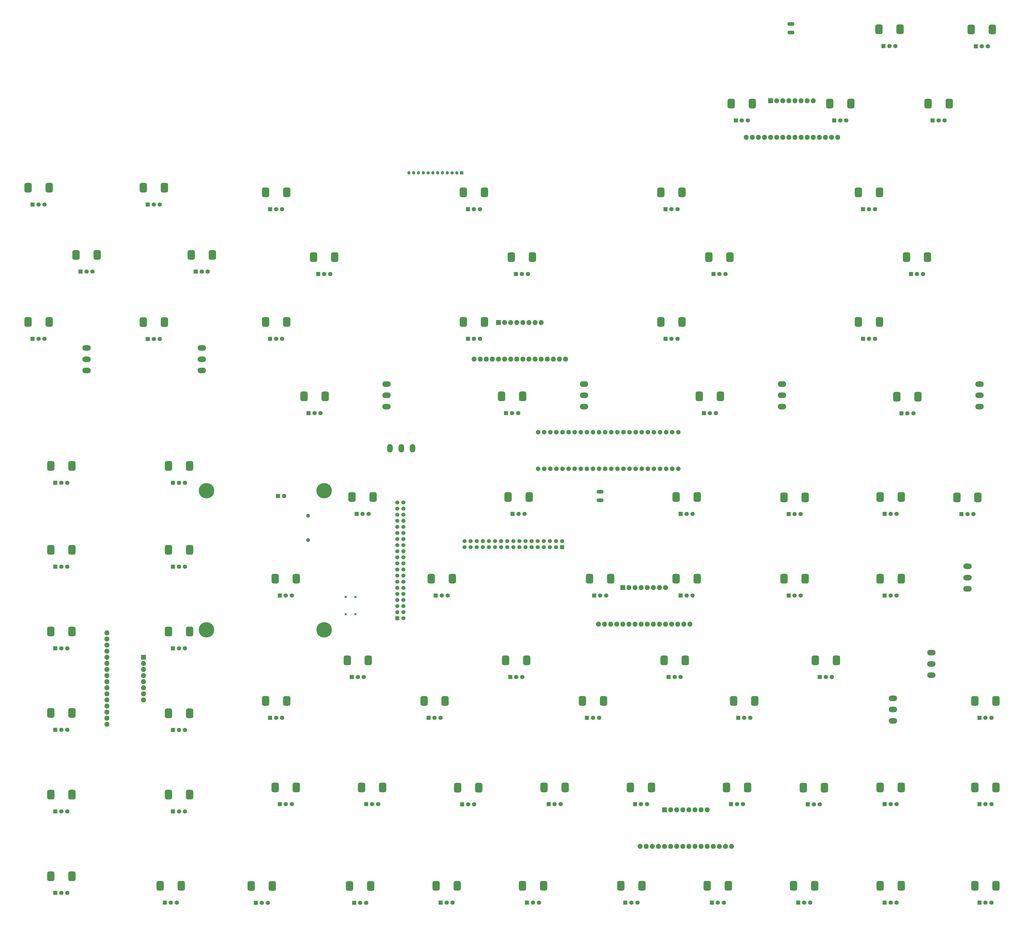
<source format=gbr>
%TF.GenerationSoftware,KiCad,Pcbnew,8.0.5*%
%TF.CreationDate,2024-10-29T20:02:02+01:00*%
%TF.ProjectId,troublemaker,74726f75-626c-4656-9d61-6b65722e6b69,rev?*%
%TF.SameCoordinates,Original*%
%TF.FileFunction,Soldermask,Bot*%
%TF.FilePolarity,Negative*%
%FSLAX46Y46*%
G04 Gerber Fmt 4.6, Leading zero omitted, Abs format (unit mm)*
G04 Created by KiCad (PCBNEW 8.0.5) date 2024-10-29 20:02:02*
%MOMM*%
%LPD*%
G01*
G04 APERTURE LIST*
G04 Aperture macros list*
%AMRoundRect*
0 Rectangle with rounded corners*
0 $1 Rounding radius*
0 $2 $3 $4 $5 $6 $7 $8 $9 X,Y pos of 4 corners*
0 Add a 4 corners polygon primitive as box body*
4,1,4,$2,$3,$4,$5,$6,$7,$8,$9,$2,$3,0*
0 Add four circle primitives for the rounded corners*
1,1,$1+$1,$2,$3*
1,1,$1+$1,$4,$5*
1,1,$1+$1,$6,$7*
1,1,$1+$1,$8,$9*
0 Add four rect primitives between the rounded corners*
20,1,$1+$1,$2,$3,$4,$5,0*
20,1,$1+$1,$4,$5,$6,$7,0*
20,1,$1+$1,$6,$7,$8,$9,0*
20,1,$1+$1,$8,$9,$2,$3,0*%
G04 Aperture macros list end*
%ADD10C,1.600000*%
%ADD11O,1.600000X1.600000*%
%ADD12R,1.800000X1.800000*%
%ADD13C,1.800000*%
%ADD14RoundRect,0.750000X0.750000X-1.250000X0.750000X1.250000X-0.750000X1.250000X-0.750000X-1.250000X0*%
%ADD15O,3.500000X2.300000*%
%ADD16O,2.900000X1.600000*%
%ADD17R,1.350000X1.350000*%
%ADD18O,1.350000X1.350000*%
%ADD19RoundRect,0.250000X-0.600000X-0.600000X0.600000X-0.600000X0.600000X0.600000X-0.600000X0.600000X0*%
%ADD20C,1.700000*%
%ADD21C,1.869000*%
%ADD22C,2.082800*%
%ADD23RoundRect,0.101600X0.939800X0.939800X-0.939800X0.939800X-0.939800X-0.939800X0.939800X-0.939800X0*%
%ADD24R,0.850000X0.850000*%
%ADD25RoundRect,0.101600X-0.939800X0.939800X-0.939800X-0.939800X0.939800X-0.939800X0.939800X0.939800X0*%
%ADD26O,2.300000X3.500000*%
%ADD27C,6.404000*%
%ADD28RoundRect,0.250000X0.600000X-0.600000X0.600000X0.600000X-0.600000X0.600000X-0.600000X-0.600000X0*%
G04 APERTURE END LIST*
D10*
%TO.C,R1*%
X158800000Y-240060000D03*
D11*
X158800000Y-229900000D03*
%TD*%
D12*
%TO.C,RV5*%
X437000000Y-34250000D03*
D13*
X439500000Y-34250000D03*
X442000000Y-34250000D03*
D14*
X435100000Y-27250000D03*
X443900000Y-27250000D03*
%TD*%
D15*
%TO.C,SW10*%
X418500000Y-296400000D03*
X418500000Y-291700000D03*
X418500000Y-287000000D03*
%TD*%
D12*
%TO.C,RV33*%
X307700000Y-156150000D03*
D13*
X310200000Y-156150000D03*
X312700000Y-156150000D03*
D14*
X305800000Y-149150000D03*
X314600000Y-149150000D03*
%TD*%
D12*
%TO.C,RV31*%
X307700000Y-102150000D03*
D13*
X310200000Y-102150000D03*
X312700000Y-102150000D03*
D14*
X305800000Y-95150000D03*
X314600000Y-95150000D03*
%TD*%
D12*
%TO.C,RV74*%
X399000000Y-350150000D03*
D13*
X401500000Y-350150000D03*
X404000000Y-350150000D03*
D14*
X397100000Y-343150000D03*
X405900000Y-343150000D03*
%TD*%
D12*
%TO.C,RV52*%
X314000000Y-263150000D03*
D13*
X316500000Y-263150000D03*
X319000000Y-263150000D03*
D14*
X312100000Y-256150000D03*
X320900000Y-256150000D03*
%TD*%
D12*
%TO.C,RV4*%
X419000000Y-65150000D03*
D13*
X421500000Y-65150000D03*
X424000000Y-65150000D03*
D14*
X417100000Y-58150000D03*
X425900000Y-58150000D03*
%TD*%
D12*
%TO.C,RV65*%
X372000000Y-297150000D03*
D13*
X374500000Y-297150000D03*
X377000000Y-297150000D03*
D14*
X370100000Y-290150000D03*
X378900000Y-290150000D03*
%TD*%
D12*
%TO.C,RV1*%
X337000000Y-65150000D03*
D13*
X339500000Y-65150000D03*
X342000000Y-65150000D03*
D14*
X335100000Y-58150000D03*
X343900000Y-58150000D03*
%TD*%
D12*
%TO.C,RV53*%
X359000000Y-229250000D03*
D13*
X361500000Y-229250000D03*
X364000000Y-229250000D03*
D14*
X357100000Y-222250000D03*
X365900000Y-222250000D03*
%TD*%
D12*
%TO.C,RV26*%
X159000000Y-187150000D03*
D13*
X161500000Y-187150000D03*
X164000000Y-187150000D03*
D14*
X157100000Y-180150000D03*
X165900000Y-180150000D03*
%TD*%
D12*
%TO.C,RV78*%
X178000000Y-391250000D03*
D13*
X180500000Y-391250000D03*
X183000000Y-391250000D03*
D14*
X176100000Y-384250000D03*
X184900000Y-384250000D03*
%TD*%
D12*
%TO.C,RV51*%
X314000000Y-229150000D03*
D13*
X316500000Y-229150000D03*
X319000000Y-229150000D03*
D14*
X312100000Y-222150000D03*
X320900000Y-222150000D03*
%TD*%
D12*
%TO.C,RV39*%
X212000000Y-263150000D03*
D13*
X214500000Y-263150000D03*
X217000000Y-263150000D03*
D14*
X210100000Y-256150000D03*
X218900000Y-256150000D03*
%TD*%
D12*
%TO.C,RV80*%
X250000000Y-391150000D03*
D13*
X252500000Y-391150000D03*
X255000000Y-391150000D03*
D14*
X248100000Y-384150000D03*
X256900000Y-384150000D03*
%TD*%
D12*
%TO.C,RV49*%
X244000000Y-229150000D03*
D13*
X246500000Y-229150000D03*
X249000000Y-229150000D03*
D14*
X242100000Y-222150000D03*
X250900000Y-222150000D03*
%TD*%
D12*
%TO.C,taptempo_led1*%
X146225000Y-221700000D03*
D13*
X148765000Y-221700000D03*
%TD*%
D12*
%TO.C,RV57*%
X431000000Y-229250000D03*
D13*
X433500000Y-229250000D03*
X436000000Y-229250000D03*
D14*
X429100000Y-222250000D03*
X437900000Y-222250000D03*
%TD*%
D12*
%TO.C,RV61*%
X243000000Y-297150000D03*
D13*
X245500000Y-297150000D03*
X248000000Y-297150000D03*
D14*
X241100000Y-290150000D03*
X249900000Y-290150000D03*
%TD*%
D12*
%TO.C,RV64*%
X338000000Y-314150000D03*
D13*
X340500000Y-314150000D03*
X343000000Y-314150000D03*
D14*
X336100000Y-307150000D03*
X344900000Y-307150000D03*
%TD*%
D12*
%TO.C,RV81*%
X291000000Y-391150000D03*
D13*
X293500000Y-391150000D03*
X296000000Y-391150000D03*
D14*
X289100000Y-384150000D03*
X297900000Y-384150000D03*
%TD*%
D12*
%TO.C,RV59*%
X177000000Y-297150000D03*
D13*
X179500000Y-297150000D03*
X182000000Y-297150000D03*
D14*
X175100000Y-290150000D03*
X183900000Y-290150000D03*
%TD*%
D12*
%TO.C,RV24*%
X163000000Y-129150000D03*
D13*
X165500000Y-129150000D03*
X168000000Y-129150000D03*
D14*
X161100000Y-122150000D03*
X169900000Y-122150000D03*
%TD*%
D15*
%TO.C,SW9*%
X402500000Y-315400000D03*
X402500000Y-310700000D03*
X402500000Y-306000000D03*
%TD*%
D12*
%TO.C,RV9*%
X92000000Y-100150000D03*
D13*
X94500000Y-100150000D03*
X97000000Y-100150000D03*
D14*
X90100000Y-93150000D03*
X98900000Y-93150000D03*
%TD*%
D12*
%TO.C,RV14*%
X53500000Y-285150000D03*
D13*
X56000000Y-285150000D03*
X58500000Y-285150000D03*
D14*
X51600000Y-278150000D03*
X60400000Y-278150000D03*
%TD*%
D16*
%TO.C,SW7*%
X280500000Y-223450000D03*
X280500000Y-219950000D03*
%TD*%
D12*
%TO.C,RV54*%
X359000000Y-263150000D03*
D13*
X361500000Y-263150000D03*
X364000000Y-263150000D03*
D14*
X357100000Y-256150000D03*
X365900000Y-256150000D03*
%TD*%
D12*
%TO.C,RV32*%
X327700000Y-129150000D03*
D13*
X330200000Y-129150000D03*
X332700000Y-129150000D03*
D14*
X325800000Y-122150000D03*
X334600000Y-122150000D03*
%TD*%
D12*
%TO.C,RV8*%
X44000000Y-156150000D03*
D13*
X46500000Y-156150000D03*
X49000000Y-156150000D03*
D14*
X42100000Y-149150000D03*
X50900000Y-149150000D03*
%TD*%
D15*
%TO.C,SW1*%
X114500000Y-169400000D03*
X114500000Y-164700000D03*
X114500000Y-160000000D03*
%TD*%
D12*
%TO.C,RV25*%
X143000000Y-156130000D03*
D13*
X145500000Y-156130000D03*
X148000000Y-156130000D03*
D14*
X141100000Y-149130000D03*
X149900000Y-149130000D03*
%TD*%
D12*
%TO.C,RV68*%
X183000000Y-350150000D03*
D13*
X185500000Y-350150000D03*
X188000000Y-350150000D03*
D14*
X181100000Y-343150000D03*
X189900000Y-343150000D03*
%TD*%
D15*
%TO.C,SW3*%
X191500000Y-184400000D03*
X191500000Y-179700000D03*
X191500000Y-175000000D03*
%TD*%
%TO.C,SW2*%
X66500000Y-169400000D03*
X66500000Y-164700000D03*
X66500000Y-160000000D03*
%TD*%
D12*
%TO.C,RV73*%
X367000000Y-350250000D03*
D13*
X369500000Y-350250000D03*
X372000000Y-350250000D03*
D14*
X365100000Y-343250000D03*
X373900000Y-343250000D03*
%TD*%
D12*
%TO.C,RV47*%
X147000000Y-263150000D03*
D13*
X149500000Y-263150000D03*
X152000000Y-263150000D03*
D14*
X145100000Y-256150000D03*
X153900000Y-256150000D03*
%TD*%
D12*
%TO.C,RV66*%
X438500000Y-314150000D03*
D13*
X441000000Y-314150000D03*
X443500000Y-314150000D03*
D14*
X436600000Y-307150000D03*
X445400000Y-307150000D03*
%TD*%
D12*
%TO.C,RV16*%
X53500000Y-353150000D03*
D13*
X56000000Y-353150000D03*
X58500000Y-353150000D03*
D14*
X51600000Y-346150000D03*
X60400000Y-346150000D03*
%TD*%
D12*
%TO.C,RV58*%
X143000000Y-314150000D03*
D13*
X145500000Y-314150000D03*
X148000000Y-314150000D03*
D14*
X141100000Y-307150000D03*
X149900000Y-307150000D03*
%TD*%
D12*
%TO.C,RV6*%
X44000000Y-100150000D03*
D13*
X46500000Y-100150000D03*
X49000000Y-100150000D03*
D14*
X42100000Y-93150000D03*
X50900000Y-93150000D03*
%TD*%
D12*
%TO.C,RV23*%
X143000000Y-102150000D03*
D13*
X145500000Y-102150000D03*
X148000000Y-102150000D03*
D14*
X141100000Y-95150000D03*
X149900000Y-95150000D03*
%TD*%
D12*
%TO.C,RV34*%
X323700000Y-187150000D03*
D13*
X326200000Y-187150000D03*
X328700000Y-187150000D03*
D14*
X321800000Y-180150000D03*
X330600000Y-180150000D03*
%TD*%
D12*
%TO.C,RV70*%
X259000000Y-350150000D03*
D13*
X261500000Y-350150000D03*
X264000000Y-350150000D03*
D14*
X257100000Y-343150000D03*
X265900000Y-343150000D03*
%TD*%
D12*
%TO.C,RV17*%
X53500000Y-387150000D03*
D13*
X56000000Y-387150000D03*
X58500000Y-387150000D03*
D14*
X51600000Y-380150000D03*
X60400000Y-380150000D03*
%TD*%
D12*
%TO.C,RV62*%
X275000000Y-314150000D03*
D13*
X277500000Y-314150000D03*
X280000000Y-314150000D03*
D14*
X273100000Y-307150000D03*
X281900000Y-307150000D03*
%TD*%
D16*
%TO.C,SW11*%
X360000000Y-28450000D03*
X360000000Y-24950000D03*
%TD*%
D12*
%TO.C,RV50*%
X278000000Y-263150000D03*
D13*
X280500000Y-263150000D03*
X283000000Y-263150000D03*
D14*
X276100000Y-256150000D03*
X284900000Y-256150000D03*
%TD*%
D12*
%TO.C,RV83*%
X363000000Y-391150000D03*
D13*
X365500000Y-391150000D03*
X368000000Y-391150000D03*
D14*
X361100000Y-384150000D03*
X369900000Y-384150000D03*
%TD*%
D12*
%TO.C,RV69*%
X223000000Y-350250000D03*
D13*
X225500000Y-350250000D03*
X228000000Y-350250000D03*
D14*
X221100000Y-343250000D03*
X229900000Y-343250000D03*
%TD*%
D12*
%TO.C,RV13*%
X53500000Y-251150000D03*
D13*
X56000000Y-251150000D03*
X58500000Y-251150000D03*
D14*
X51600000Y-244150000D03*
X60400000Y-244150000D03*
%TD*%
D12*
%TO.C,RV28*%
X245400000Y-129150000D03*
D13*
X247900000Y-129150000D03*
X250400000Y-129150000D03*
D14*
X243500000Y-122150000D03*
X252300000Y-122150000D03*
%TD*%
D12*
%TO.C,RV82*%
X327000000Y-391150000D03*
D13*
X329500000Y-391150000D03*
X332000000Y-391150000D03*
D14*
X325100000Y-384150000D03*
X333900000Y-384150000D03*
%TD*%
D12*
%TO.C,RV2*%
X378000000Y-65150000D03*
D13*
X380500000Y-65150000D03*
X383000000Y-65150000D03*
D14*
X376100000Y-58150000D03*
X384900000Y-58150000D03*
%TD*%
D12*
%TO.C,RV71*%
X295000000Y-350150000D03*
D13*
X297500000Y-350150000D03*
X300000000Y-350150000D03*
D14*
X293100000Y-343150000D03*
X301900000Y-343150000D03*
%TD*%
D12*
%TO.C,RV18*%
X102500000Y-216150000D03*
D13*
X105000000Y-216150000D03*
X107500000Y-216150000D03*
D14*
X100600000Y-209150000D03*
X109400000Y-209150000D03*
%TD*%
D12*
%TO.C,RV10*%
X112000000Y-128150000D03*
D13*
X114500000Y-128150000D03*
X117000000Y-128150000D03*
D14*
X110100000Y-121150000D03*
X118900000Y-121150000D03*
%TD*%
D15*
%TO.C,SW5*%
X356200000Y-184400000D03*
X356200000Y-179700000D03*
X356200000Y-175000000D03*
%TD*%
%TO.C,SW8*%
X433500000Y-260400000D03*
X433500000Y-255700000D03*
X433500000Y-251000000D03*
%TD*%
D12*
%TO.C,RV79*%
X214000000Y-391150000D03*
D13*
X216500000Y-391150000D03*
X219000000Y-391150000D03*
D14*
X212100000Y-384150000D03*
X220900000Y-384150000D03*
%TD*%
D12*
%TO.C,RV22*%
X102500000Y-353150000D03*
D13*
X105000000Y-353150000D03*
X107500000Y-353150000D03*
D14*
X100600000Y-346150000D03*
X109400000Y-346150000D03*
%TD*%
D12*
%TO.C,RV75*%
X438500000Y-350150000D03*
D13*
X441000000Y-350150000D03*
X443500000Y-350150000D03*
D14*
X436600000Y-343150000D03*
X445400000Y-343150000D03*
%TD*%
D12*
%TO.C,RV77*%
X137000000Y-391250000D03*
D13*
X139500000Y-391250000D03*
X142000000Y-391250000D03*
D14*
X135100000Y-384250000D03*
X143900000Y-384250000D03*
%TD*%
D12*
%TO.C,RV76*%
X99100000Y-391150000D03*
D13*
X101600000Y-391150000D03*
X104100000Y-391150000D03*
D14*
X97200000Y-384150000D03*
X106000000Y-384150000D03*
%TD*%
D12*
%TO.C,RV19*%
X102500000Y-251150000D03*
D13*
X105000000Y-251150000D03*
X107500000Y-251150000D03*
D14*
X100600000Y-244150000D03*
X109400000Y-244150000D03*
%TD*%
D12*
%TO.C,RV55*%
X399000000Y-229150000D03*
D13*
X401500000Y-229150000D03*
X404000000Y-229150000D03*
D14*
X397100000Y-222150000D03*
X405900000Y-222150000D03*
%TD*%
D12*
%TO.C,RV15*%
X53500000Y-319150000D03*
D13*
X56000000Y-319150000D03*
X58500000Y-319150000D03*
D14*
X51600000Y-312150000D03*
X60400000Y-312150000D03*
%TD*%
D12*
%TO.C,RV48*%
X179000000Y-229150000D03*
D13*
X181500000Y-229150000D03*
X184000000Y-229150000D03*
D14*
X177100000Y-222150000D03*
X185900000Y-222150000D03*
%TD*%
D12*
%TO.C,RV72*%
X335000000Y-350150000D03*
D13*
X337500000Y-350150000D03*
X340000000Y-350150000D03*
D14*
X333100000Y-343150000D03*
X341900000Y-343150000D03*
%TD*%
D12*
%TO.C,RV63*%
X309000000Y-297150000D03*
D13*
X311500000Y-297150000D03*
X314000000Y-297150000D03*
D14*
X307100000Y-290150000D03*
X315900000Y-290150000D03*
%TD*%
D12*
%TO.C,RV11*%
X92000000Y-156250000D03*
D13*
X94500000Y-156250000D03*
X97000000Y-156250000D03*
D14*
X90100000Y-149250000D03*
X98900000Y-149250000D03*
%TD*%
D12*
%TO.C,RV27*%
X225400000Y-102150000D03*
D13*
X227900000Y-102150000D03*
X230400000Y-102150000D03*
D14*
X223500000Y-95150000D03*
X232300000Y-95150000D03*
%TD*%
D12*
%TO.C,RV84*%
X399000000Y-391150000D03*
D13*
X401500000Y-391150000D03*
X404000000Y-391150000D03*
D14*
X397100000Y-384150000D03*
X405900000Y-384150000D03*
%TD*%
D12*
%TO.C,RV38*%
X406000000Y-187250000D03*
D13*
X408500000Y-187250000D03*
X411000000Y-187250000D03*
D14*
X404100000Y-180250000D03*
X412900000Y-180250000D03*
%TD*%
D12*
%TO.C,RV7*%
X64000000Y-128150000D03*
D13*
X66500000Y-128150000D03*
X69000000Y-128150000D03*
D14*
X62100000Y-121150000D03*
X70900000Y-121150000D03*
%TD*%
D12*
%TO.C,RV37*%
X390000000Y-156150000D03*
D13*
X392500000Y-156150000D03*
X395000000Y-156150000D03*
D14*
X388100000Y-149150000D03*
X396900000Y-149150000D03*
%TD*%
D12*
%TO.C,RV3*%
X398500000Y-34150000D03*
D13*
X401000000Y-34150000D03*
X403500000Y-34150000D03*
D14*
X396600000Y-27150000D03*
X405400000Y-27150000D03*
%TD*%
D12*
%TO.C,RV36*%
X410000000Y-129150000D03*
D13*
X412500000Y-129150000D03*
X415000000Y-129150000D03*
D14*
X408100000Y-122150000D03*
X416900000Y-122150000D03*
%TD*%
D12*
%TO.C,RV35*%
X390000000Y-102150000D03*
D13*
X392500000Y-102150000D03*
X395000000Y-102150000D03*
D14*
X388100000Y-95150000D03*
X396900000Y-95150000D03*
%TD*%
D12*
%TO.C,RV67*%
X147000000Y-350150000D03*
D13*
X149500000Y-350150000D03*
X152000000Y-350150000D03*
D14*
X145100000Y-343150000D03*
X153900000Y-343150000D03*
%TD*%
D12*
%TO.C,RV85*%
X438500000Y-391150000D03*
D13*
X441000000Y-391150000D03*
X443500000Y-391150000D03*
D14*
X436600000Y-384150000D03*
X445400000Y-384150000D03*
%TD*%
D12*
%TO.C,RV29*%
X225400000Y-156150000D03*
D13*
X227900000Y-156150000D03*
X230400000Y-156150000D03*
D14*
X223500000Y-149150000D03*
X232300000Y-149150000D03*
%TD*%
D12*
%TO.C,RV21*%
X102500000Y-319250000D03*
D13*
X105000000Y-319250000D03*
X107500000Y-319250000D03*
D14*
X100600000Y-312250000D03*
X109400000Y-312250000D03*
%TD*%
D12*
%TO.C,RV56*%
X399000000Y-263150000D03*
D13*
X401500000Y-263150000D03*
X404000000Y-263150000D03*
D14*
X397100000Y-256150000D03*
X405900000Y-256150000D03*
%TD*%
D15*
%TO.C,SW4*%
X273800000Y-184400000D03*
X273800000Y-179700000D03*
X273800000Y-175000000D03*
%TD*%
%TO.C,SW6*%
X438533202Y-184400197D03*
X438533202Y-179700197D03*
X438533202Y-175000197D03*
%TD*%
D12*
%TO.C,RV30*%
X241300000Y-187150000D03*
D13*
X243800000Y-187150000D03*
X246300000Y-187150000D03*
D14*
X239400000Y-180150000D03*
X248200000Y-180150000D03*
%TD*%
D12*
%TO.C,RV12*%
X53500000Y-216150000D03*
D13*
X56000000Y-216150000D03*
X58500000Y-216150000D03*
D14*
X51600000Y-209150000D03*
X60400000Y-209150000D03*
%TD*%
D12*
%TO.C,RV20*%
X102500000Y-285150000D03*
D13*
X105000000Y-285150000D03*
X107500000Y-285150000D03*
D14*
X100600000Y-278150000D03*
X109400000Y-278150000D03*
%TD*%
D12*
%TO.C,RV60*%
X209000000Y-314150000D03*
D13*
X211500000Y-314150000D03*
X214000000Y-314150000D03*
D14*
X207100000Y-307150000D03*
X215900000Y-307150000D03*
%TD*%
D17*
%TO.C,J5*%
X222800000Y-87000000D03*
D18*
X220800000Y-87000000D03*
X218800000Y-87000000D03*
X216800000Y-87000000D03*
X214800000Y-87000000D03*
X212800000Y-87000000D03*
X210800000Y-87000000D03*
X208800000Y-87000000D03*
X206800000Y-87000000D03*
X204800000Y-87000000D03*
X202800000Y-87000000D03*
X200800000Y-87000000D03*
%TD*%
D19*
%TO.C,J1*%
X196000000Y-272680000D03*
D20*
X198540000Y-272680000D03*
X196000000Y-270140000D03*
X198540000Y-270140000D03*
X196000000Y-267600000D03*
X198540000Y-267600000D03*
X196000000Y-265060000D03*
X198540000Y-265060000D03*
X196000000Y-262520000D03*
X198540000Y-262520000D03*
X196000000Y-259980000D03*
X198540000Y-259980000D03*
X196000000Y-257440000D03*
X198540000Y-257440000D03*
X196000000Y-254900000D03*
X198540000Y-254900000D03*
X196000000Y-252360000D03*
X198540000Y-252360000D03*
X196000000Y-249820000D03*
X198540000Y-249820000D03*
X196000000Y-247280000D03*
X198540000Y-247280000D03*
X196000000Y-244740000D03*
X198540000Y-244740000D03*
X196000000Y-242200000D03*
X198540000Y-242200000D03*
X196000000Y-239660000D03*
X198540000Y-239660000D03*
X196000000Y-237120000D03*
X198540000Y-237120000D03*
X196000000Y-234580000D03*
X198540000Y-234580000D03*
X196000000Y-232040000D03*
X198540000Y-232040000D03*
X196000000Y-229500000D03*
X198540000Y-229500000D03*
X196000000Y-226960000D03*
X198540000Y-226960000D03*
X196000000Y-224420000D03*
X198540000Y-224420000D03*
%TD*%
D21*
%TO.C,IC1*%
X307970000Y-210350000D03*
X305430000Y-210350000D03*
X302890000Y-210350000D03*
X300350000Y-210350000D03*
X297810000Y-210350000D03*
X295270000Y-210350000D03*
X292730000Y-210350000D03*
X290190000Y-210350000D03*
X287650000Y-210350000D03*
X285110000Y-210350000D03*
X282570000Y-210350000D03*
X280030000Y-210350000D03*
X280030000Y-195110000D03*
X282570000Y-195110000D03*
X285110000Y-195110000D03*
X287650000Y-195110000D03*
X290190000Y-195110000D03*
X292730000Y-195110000D03*
X295270000Y-195110000D03*
X297810000Y-195110000D03*
X300350000Y-195110000D03*
X302890000Y-195110000D03*
X305430000Y-195110000D03*
X274950000Y-210350000D03*
X272410000Y-210350000D03*
X269870000Y-210350000D03*
X267330000Y-210350000D03*
X264790000Y-210350000D03*
X262250000Y-210350000D03*
X259710000Y-210350000D03*
X257170000Y-210350000D03*
X254630000Y-210350000D03*
X254630000Y-195110000D03*
X257170000Y-195110000D03*
X259710000Y-195110000D03*
X262250000Y-195110000D03*
X264790000Y-195110000D03*
X267330000Y-195110000D03*
X269870000Y-195110000D03*
X272410000Y-195110000D03*
X274950000Y-195110000D03*
X277490000Y-210350000D03*
X307970000Y-195110000D03*
X313050000Y-195110000D03*
X310510000Y-210350000D03*
X277490000Y-195110000D03*
X310510000Y-195110000D03*
X313050000Y-210350000D03*
%TD*%
D22*
%TO.C,U5*%
X90240000Y-306700000D03*
X75000000Y-296540000D03*
X75000000Y-294000000D03*
X75000000Y-291460000D03*
X75000000Y-288920000D03*
X75000000Y-286380000D03*
X75000000Y-283840000D03*
X75000000Y-281300000D03*
X75000000Y-278760000D03*
X90240000Y-296540000D03*
X90240000Y-299080000D03*
D23*
X90240000Y-288920000D03*
D22*
X90240000Y-304160000D03*
X90240000Y-301620000D03*
X90240000Y-294000000D03*
X75000000Y-316860000D03*
X75000000Y-314320000D03*
X75000000Y-311780000D03*
X75000000Y-309240000D03*
X75000000Y-306700000D03*
X75000000Y-304160000D03*
X75000000Y-301620000D03*
X75000000Y-299080000D03*
X90240000Y-291460000D03*
%TD*%
D24*
%TO.C,J4*%
X174500000Y-263750000D03*
%TD*%
D22*
%TO.C,U4*%
X307690000Y-259885000D03*
X297530000Y-275125000D03*
X294990000Y-275125000D03*
X292450000Y-275125000D03*
X289910000Y-275125000D03*
X287370000Y-275125000D03*
X284830000Y-275125000D03*
X282290000Y-275125000D03*
X279750000Y-275125000D03*
X297530000Y-259885000D03*
X300070000Y-259885000D03*
D25*
X289910000Y-259885000D03*
D22*
X305150000Y-259885000D03*
X302610000Y-259885000D03*
X294990000Y-259885000D03*
X317850000Y-275125000D03*
X315310000Y-275125000D03*
X312770000Y-275125000D03*
X310230000Y-275125000D03*
X307690000Y-275125000D03*
X305150000Y-275125000D03*
X302610000Y-275125000D03*
X300070000Y-275125000D03*
X292450000Y-259885000D03*
%TD*%
D24*
%TO.C,J3*%
X178500000Y-271000000D03*
%TD*%
D26*
%TO.C,SW12*%
X192950000Y-201820000D03*
X197650000Y-201820000D03*
X202350000Y-201820000D03*
%TD*%
D22*
%TO.C,U2*%
X369285113Y-56890000D03*
X359125113Y-72130000D03*
X356585113Y-72130000D03*
X354045113Y-72130000D03*
X351505113Y-72130000D03*
X348965113Y-72130000D03*
X346425113Y-72130000D03*
X343885113Y-72130000D03*
X341345113Y-72130000D03*
X359125113Y-56890000D03*
X361665113Y-56890000D03*
D25*
X351505113Y-56890000D03*
D22*
X366745113Y-56890000D03*
X364205113Y-56890000D03*
X356585113Y-56890000D03*
X379445113Y-72130000D03*
X376905113Y-72130000D03*
X374365113Y-72130000D03*
X371825113Y-72130000D03*
X369285113Y-72130000D03*
X366745113Y-72130000D03*
X364205113Y-72130000D03*
X361665113Y-72130000D03*
X354045113Y-56890000D03*
%TD*%
D27*
%TO.C,RASPBERRY PI 4*%
X165500000Y-277500000D03*
X165500000Y-219500000D03*
X116500000Y-219500000D03*
X116500000Y-277500000D03*
%TD*%
D24*
%TO.C,J4*%
X178500000Y-263750000D03*
%TD*%
D22*
%TO.C,U3*%
X255870000Y-149390000D03*
X245710000Y-164630000D03*
X243170000Y-164630000D03*
X240630000Y-164630000D03*
X238090000Y-164630000D03*
X235550000Y-164630000D03*
X233010000Y-164630000D03*
X230470000Y-164630000D03*
X227930000Y-164630000D03*
X245710000Y-149390000D03*
X248250000Y-149390000D03*
D25*
X238090000Y-149390000D03*
D22*
X253330000Y-149390000D03*
X250790000Y-149390000D03*
X243170000Y-149390000D03*
X266030000Y-164630000D03*
X263490000Y-164630000D03*
X260950000Y-164630000D03*
X258410000Y-164630000D03*
X255870000Y-164630000D03*
X253330000Y-164630000D03*
X250790000Y-164630000D03*
X248250000Y-164630000D03*
X240630000Y-149390000D03*
%TD*%
D24*
%TO.C,J3*%
X174500000Y-271000000D03*
%TD*%
D22*
%TO.C,U6*%
X325070000Y-352490000D03*
X314910000Y-367730000D03*
X312370000Y-367730000D03*
X309830000Y-367730000D03*
X307290000Y-367730000D03*
X304750000Y-367730000D03*
X302210000Y-367730000D03*
X299670000Y-367730000D03*
X297130000Y-367730000D03*
X314910000Y-352490000D03*
X317450000Y-352490000D03*
D25*
X307290000Y-352490000D03*
D22*
X322530000Y-352490000D03*
X319990000Y-352490000D03*
X312370000Y-352490000D03*
X335230000Y-367730000D03*
X332690000Y-367730000D03*
X330150000Y-367730000D03*
X327610000Y-367730000D03*
X325070000Y-367730000D03*
X322530000Y-367730000D03*
X319990000Y-367730000D03*
X317450000Y-367730000D03*
X309830000Y-352490000D03*
%TD*%
D28*
%TO.C,J25*%
X264640000Y-243040000D03*
D20*
X264640000Y-240500000D03*
X262100000Y-243040000D03*
X262100000Y-240500000D03*
X259560000Y-243040000D03*
X259560000Y-240500000D03*
X257020000Y-243040000D03*
X257020000Y-240500000D03*
X254480000Y-243040000D03*
X254480000Y-240500000D03*
X251940000Y-243040000D03*
X251940000Y-240500000D03*
X249400000Y-243040000D03*
X249400000Y-240500000D03*
X246860000Y-243040000D03*
X246860000Y-240500000D03*
X244320000Y-243040000D03*
X244320000Y-240500000D03*
X241780000Y-243040000D03*
X241780000Y-240500000D03*
X239240000Y-243040000D03*
X239240000Y-240500000D03*
X236700000Y-243040000D03*
X236700000Y-240500000D03*
X234160000Y-243040000D03*
X234160000Y-240500000D03*
X231620000Y-243040000D03*
X231620000Y-240500000D03*
X229080000Y-243040000D03*
X229080000Y-240500000D03*
X226540000Y-243040000D03*
X226540000Y-240500000D03*
X224000000Y-243040000D03*
X224000000Y-240500000D03*
%TD*%
M02*

</source>
